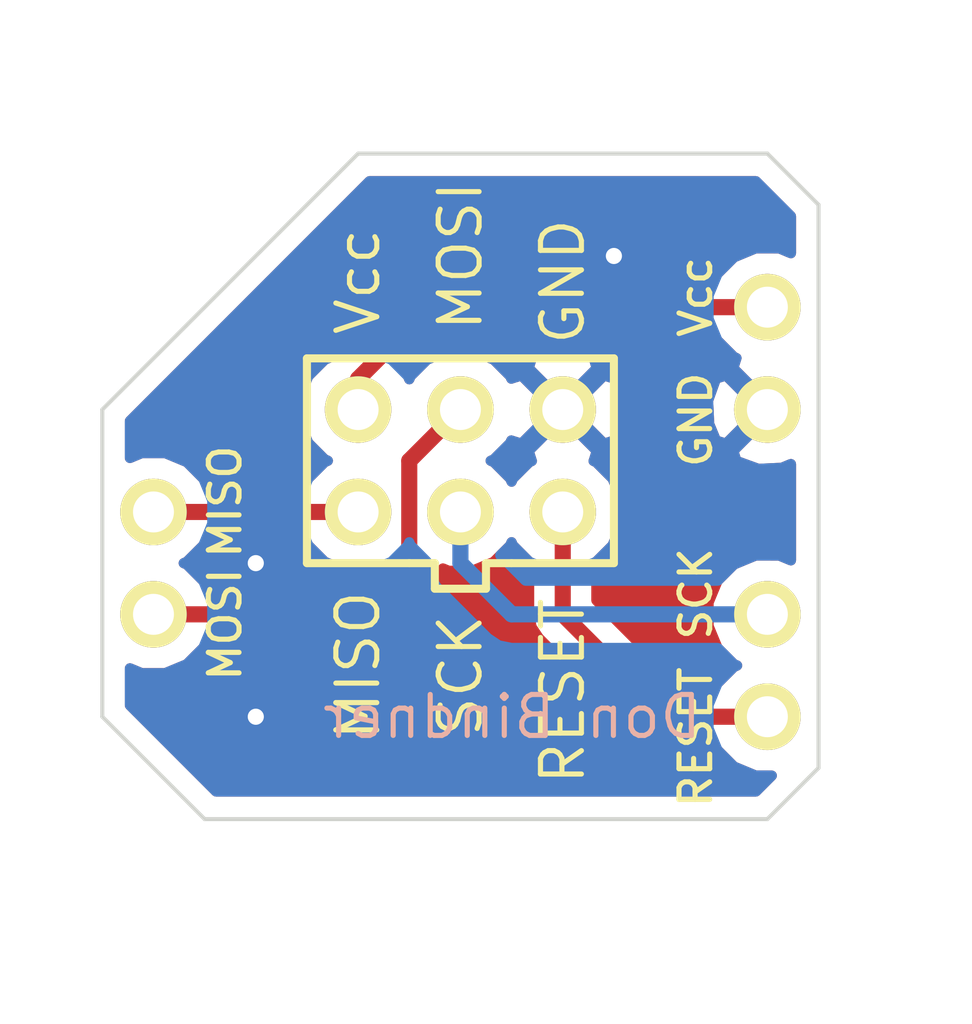
<source format=kicad_pcb>
(kicad_pcb (version 4) (host pcbnew 0.201505262310+5684~23~ubuntu14.04.1-product)

  (general
    (links 6)
    (no_connects 0)
    (area 140.97 91.44 165.100001 116.840001)
    (thickness 1.6)
    (drawings 19)
    (tracks 22)
    (zones 0)
    (modules 12)
    (nets 7)
  )

  (page A4)
  (layers
    (0 F.Cu signal)
    (31 B.Cu signal)
    (32 B.Adhes user)
    (33 F.Adhes user)
    (34 B.Paste user)
    (35 F.Paste user)
    (36 B.SilkS user)
    (37 F.SilkS user)
    (38 B.Mask user)
    (39 F.Mask user)
    (40 Dwgs.User user)
    (41 Cmts.User user)
    (42 Eco1.User user)
    (43 Eco2.User user)
    (44 Edge.Cuts user)
    (45 Margin user)
    (46 B.CrtYd user)
    (47 F.CrtYd user)
    (48 B.Fab user)
    (49 F.Fab user)
  )

  (setup
    (last_trace_width 0.4)
    (trace_clearance 0.2)
    (zone_clearance 0.508)
    (zone_45_only no)
    (trace_min 0.2)
    (segment_width 0.2)
    (edge_width 0.1)
    (via_size 0.6)
    (via_drill 0.4)
    (via_min_size 0.4)
    (via_min_drill 0.3)
    (uvia_size 0.3)
    (uvia_drill 0.1)
    (uvias_allowed no)
    (uvia_min_size 0.2)
    (uvia_min_drill 0.1)
    (pcb_text_width 0.3)
    (pcb_text_size 1.5 1.5)
    (mod_edge_width 0.15)
    (mod_text_size 1 1)
    (mod_text_width 0.15)
    (pad_size 1.5 1.5)
    (pad_drill 0.6)
    (pad_to_mask_clearance 0)
    (aux_axis_origin 0 0)
    (visible_elements 7FFFFFFF)
    (pcbplotparams
      (layerselection 0x010fc_80000001)
      (usegerberextensions true)
      (excludeedgelayer true)
      (linewidth 0.100000)
      (plotframeref false)
      (viasonmask false)
      (mode 1)
      (useauxorigin false)
      (hpglpennumber 1)
      (hpglpenspeed 20)
      (hpglpendiameter 15)
      (hpglpenoverlay 2)
      (psnegative false)
      (psa4output false)
      (plotreference true)
      (plotvalue true)
      (plotinvisibletext false)
      (padsonsilk false)
      (subtractmaskfromsilk false)
      (outputformat 1)
      (mirror false)
      (drillshape 0)
      (scaleselection 1)
      (outputdirectory gerbers/))
  )

  (net 0 "")
  (net 1 "Net-(P1-Pad1)")
  (net 2 "Net-(P2-Pad1)")
  (net 3 "Net-(P3-Pad1)")
  (net 4 "Net-(P4-Pad1)")
  (net 5 "Net-(P12-Pad1)")
  (net 6 "Net-(P10-Pad1)")

  (net_class Default "This is the default net class."
    (clearance 0.2)
    (trace_width 0.4)
    (via_dia 0.6)
    (via_drill 0.4)
    (uvia_dia 0.3)
    (uvia_drill 0.1)
    (add_net "Net-(P1-Pad1)")
    (add_net "Net-(P10-Pad1)")
    (add_net "Net-(P12-Pad1)")
    (add_net "Net-(P2-Pad1)")
    (add_net "Net-(P3-Pad1)")
    (add_net "Net-(P4-Pad1)")
  )

  (module DonB:TESTPIN (layer F.Cu) (tedit 556BDB42) (tstamp 556BDA47)
    (at 149.86 101.6)
    (path /556BD865)
    (fp_text reference P1 (at 0 -7.62) (layer F.SilkS) hide
      (effects (font (size 1.016 1.016) (thickness 0.127)))
    )
    (fp_text value Vcc (at 0 -3.175 90) (layer F.SilkS)
      (effects (font (size 1.016 1.016) (thickness 0.127)))
    )
    (pad 1 thru_hole circle (at 0 0) (size 1.651 1.651) (drill 1.016) (layers *.Cu *.Mask F.SilkS)
      (net 1 "Net-(P1-Pad1)"))
  )

  (module DonB:TESTPIN (layer F.Cu) (tedit 556BDB57) (tstamp 556BDA4C)
    (at 149.86 104.14)
    (path /556BD9E0)
    (fp_text reference P2 (at 0 7.62) (layer F.SilkS) hide
      (effects (font (size 1.016 1.016) (thickness 0.127)))
    )
    (fp_text value MISO (at 0 3.81 90) (layer F.SilkS)
      (effects (font (size 1.016 1.016) (thickness 0.127)))
    )
    (pad 1 thru_hole circle (at 0 0) (size 1.651 1.651) (drill 1.016) (layers *.Cu *.Mask F.SilkS)
      (net 2 "Net-(P2-Pad1)"))
  )

  (module DonB:TESTPIN (layer F.Cu) (tedit 556BDB44) (tstamp 556BDA51)
    (at 152.4 101.6)
    (path /556BD889)
    (fp_text reference P3 (at 0 -7.62) (layer F.SilkS) hide
      (effects (font (size 1.016 1.016) (thickness 0.127)))
    )
    (fp_text value MOSI (at 0 -3.81 90) (layer F.SilkS)
      (effects (font (size 1.016 1.016) (thickness 0.127)))
    )
    (pad 1 thru_hole circle (at 0 0) (size 1.651 1.651) (drill 1.016) (layers *.Cu *.Mask F.SilkS)
      (net 3 "Net-(P3-Pad1)"))
  )

  (module DonB:TESTPIN (layer F.Cu) (tedit 556BDB83) (tstamp 556BDA56)
    (at 152.4 104.14)
    (path /556BDA1F)
    (fp_text reference P4 (at 0 7.62) (layer F.SilkS) hide
      (effects (font (size 1.016 1.016) (thickness 0.127)))
    )
    (fp_text value SCK (at 0 4.064 90) (layer F.SilkS)
      (effects (font (size 1.016 1.016) (thickness 0.127)))
    )
    (pad 1 thru_hole circle (at 0 0) (size 1.651 1.651) (drill 1.016) (layers *.Cu *.Mask F.SilkS)
      (net 4 "Net-(P4-Pad1)"))
  )

  (module DonB:TESTPIN (layer F.Cu) (tedit 556BDB47) (tstamp 556BDA5B)
    (at 154.94 101.6)
    (path /556BD8A8)
    (fp_text reference P5 (at 0 -7.62) (layer F.SilkS) hide
      (effects (font (size 1.016 1.016) (thickness 0.127)))
    )
    (fp_text value GND (at 0 -3.175 90) (layer F.SilkS)
      (effects (font (size 1.016 1.016) (thickness 0.127)))
    )
    (pad 1 thru_hole circle (at 0 0) (size 1.651 1.651) (drill 1.016) (layers *.Cu *.Mask F.SilkS)
      (net 5 "Net-(P12-Pad1)"))
  )

  (module DonB:TESTPIN (layer F.Cu) (tedit 556BDB69) (tstamp 556BDA60)
    (at 154.94 104.14)
    (path /556BDA56)
    (fp_text reference P6 (at 0 7.62) (layer F.SilkS) hide
      (effects (font (size 1.016 1.016) (thickness 0.127)))
    )
    (fp_text value RESET (at 0 4.445 90) (layer F.SilkS)
      (effects (font (size 1.016 1.016) (thickness 0.127)))
    )
    (pad 1 thru_hole circle (at 0 0) (size 1.651 1.651) (drill 1.016) (layers *.Cu *.Mask F.SilkS)
      (net 6 "Net-(P10-Pad1)"))
  )

  (module DonB:TESTPIN (layer F.Cu) (tedit 556BDD88) (tstamp 556BDA65)
    (at 144.78 104.14)
    (path /556BDDB8)
    (fp_text reference P7 (at -2.54 0) (layer F.SilkS) hide
      (effects (font (size 1.016 1.016) (thickness 0.127)))
    )
    (fp_text value MISO (at 1.778 -0.254 90) (layer F.SilkS)
      (effects (font (size 0.762 0.762) (thickness 0.127)))
    )
    (pad 1 thru_hole circle (at 0 0) (size 1.651 1.651) (drill 1.016) (layers *.Cu *.Mask F.SilkS)
      (net 2 "Net-(P2-Pad1)"))
  )

  (module DonB:TESTPIN (layer F.Cu) (tedit 556BDD81) (tstamp 556BDA6A)
    (at 144.78 106.68)
    (path /556BDDAC)
    (fp_text reference P8 (at -2.54 0) (layer F.SilkS) hide
      (effects (font (size 1.016 1.016) (thickness 0.127)))
    )
    (fp_text value MOSI (at 1.778 0.254 90) (layer F.SilkS)
      (effects (font (size 0.762 0.762) (thickness 0.127)))
    )
    (pad 1 thru_hole circle (at 0 0) (size 1.651 1.651) (drill 1.016) (layers *.Cu *.Mask F.SilkS)
      (net 3 "Net-(P3-Pad1)"))
  )

  (module DonB:TESTPIN (layer F.Cu) (tedit 556BDC86) (tstamp 556BDA6F)
    (at 160.02 106.68)
    (path /556BDDBE)
    (fp_text reference P9 (at 2.54 0) (layer F.SilkS) hide
      (effects (font (size 1.016 1.016) (thickness 0.127)))
    )
    (fp_text value SCK (at -1.778 -0.508 90) (layer F.SilkS)
      (effects (font (size 0.762 0.762) (thickness 0.127)))
    )
    (pad 1 thru_hole circle (at 0 0) (size 1.651 1.651) (drill 1.016) (layers *.Cu *.Mask F.SilkS)
      (net 4 "Net-(P4-Pad1)"))
  )

  (module DonB:TESTPIN (layer F.Cu) (tedit 556BDC92) (tstamp 556BDA74)
    (at 160.02 109.22)
    (path /556BDDC4)
    (fp_text reference P10 (at 2.54 0) (layer F.SilkS) hide
      (effects (font (size 1.016 1.016) (thickness 0.127)))
    )
    (fp_text value RESET (at -1.778 0.508 90) (layer F.SilkS)
      (effects (font (size 0.762 0.762) (thickness 0.127)))
    )
    (pad 1 thru_hole circle (at 0 0) (size 1.651 1.651) (drill 1.016) (layers *.Cu *.Mask F.SilkS)
      (net 6 "Net-(P10-Pad1)"))
  )

  (module DonB:TESTPIN (layer F.Cu) (tedit 556BDC82) (tstamp 556BDA79)
    (at 160.02 99.06)
    (path /556BDDA6)
    (fp_text reference P11 (at 2.54 0) (layer F.SilkS) hide
      (effects (font (size 1.016 1.016) (thickness 0.127)))
    )
    (fp_text value Vcc (at -1.778 -0.254 90) (layer F.SilkS)
      (effects (font (size 0.762 0.762) (thickness 0.127)))
    )
    (pad 1 thru_hole circle (at 0 0) (size 1.651 1.651) (drill 1.016) (layers *.Cu *.Mask F.SilkS)
      (net 1 "Net-(P1-Pad1)"))
  )

  (module DonB:TESTPIN (layer F.Cu) (tedit 556BDC80) (tstamp 556BDA7E)
    (at 160.02 101.6)
    (path /556BDDB2)
    (fp_text reference P12 (at 2.54 0) (layer F.SilkS) hide
      (effects (font (size 1.016 1.016) (thickness 0.127)))
    )
    (fp_text value GND (at -1.778 0.254 90) (layer F.SilkS)
      (effects (font (size 0.762 0.762) (thickness 0.127)))
    )
    (pad 1 thru_hole circle (at 0 0) (size 1.651 1.651) (drill 1.016) (layers *.Cu *.Mask F.SilkS)
      (net 5 "Net-(P12-Pad1)"))
  )

  (gr_text "Don Bindner	" (at 152.4 109.22) (layer B.SilkS)
    (effects (font (size 1.016 1.016) (thickness 0.127)) (justify mirror))
  )
  (gr_line (start 161.29 110.49) (end 161.29 96.52) (angle 90) (layer Edge.Cuts) (width 0.1))
  (gr_line (start 160.02 111.76) (end 161.29 110.49) (angle 90) (layer Edge.Cuts) (width 0.1))
  (gr_line (start 146.05 111.76) (end 160.02 111.76) (angle 90) (layer Edge.Cuts) (width 0.1))
  (gr_line (start 143.51 109.22) (end 146.05 111.76) (angle 90) (layer Edge.Cuts) (width 0.1))
  (gr_line (start 143.51 101.6) (end 143.51 109.22) (angle 90) (layer Edge.Cuts) (width 0.1))
  (gr_line (start 149.86 95.25) (end 143.51 101.6) (angle 90) (layer Edge.Cuts) (width 0.1))
  (gr_line (start 160.02 95.25) (end 149.86 95.25) (angle 90) (layer Edge.Cuts) (width 0.1))
  (gr_line (start 161.29 96.52) (end 160.02 95.25) (angle 90) (layer Edge.Cuts) (width 0.1))
  (gr_line (start 153.035 105.41) (end 153.67 105.41) (angle 90) (layer F.SilkS) (width 0.2))
  (gr_line (start 153.035 106.045) (end 153.035 105.41) (angle 90) (layer F.SilkS) (width 0.2))
  (gr_line (start 151.765 106.045) (end 153.035 106.045) (angle 90) (layer F.SilkS) (width 0.2))
  (gr_line (start 151.765 105.41) (end 151.765 106.045) (angle 90) (layer F.SilkS) (width 0.2))
  (gr_line (start 151.13 105.41) (end 151.765 105.41) (angle 90) (layer F.SilkS) (width 0.2))
  (gr_line (start 156.21 105.41) (end 153.67 105.41) (angle 90) (layer F.SilkS) (width 0.2))
  (gr_line (start 156.21 100.33) (end 156.21 105.41) (angle 90) (layer F.SilkS) (width 0.2))
  (gr_line (start 148.59 100.33) (end 156.21 100.33) (angle 90) (layer F.SilkS) (width 0.2))
  (gr_line (start 148.59 105.41) (end 148.59 100.33) (angle 90) (layer F.SilkS) (width 0.2))
  (gr_line (start 151.13 105.41) (end 148.59 105.41) (angle 90) (layer F.SilkS) (width 0.2))

  (segment (start 149.86 101.6) (end 149.86 100.838) (width 0.4) (layer F.Cu) (net 1))
  (segment (start 149.86 100.838) (end 151.638 99.06) (width 0.4) (layer F.Cu) (net 1) (tstamp 556BDD43))
  (segment (start 151.638 99.06) (end 160.02 99.06) (width 0.4) (layer F.Cu) (net 1) (tstamp 556BDD49))
  (segment (start 149.86 104.14) (end 144.78 104.14) (width 0.4) (layer F.Cu) (net 2))
  (segment (start 152.4 101.6) (end 151.13 102.87) (width 0.4) (layer F.Cu) (net 3))
  (segment (start 150.622 106.68) (end 144.78 106.68) (width 0.4) (layer F.Cu) (net 3) (tstamp 556BDD3C))
  (segment (start 151.13 106.172) (end 150.622 106.68) (width 0.4) (layer F.Cu) (net 3) (tstamp 556BDD38))
  (segment (start 151.13 102.87) (end 151.13 106.172) (width 0.4) (layer F.Cu) (net 3) (tstamp 556BDD36))
  (segment (start 152.4 104.14) (end 152.4 105.41) (width 0.4) (layer B.Cu) (net 4))
  (segment (start 153.67 106.68) (end 160.02 106.68) (width 0.4) (layer B.Cu) (net 4) (tstamp 556BDD0F))
  (segment (start 152.4 105.41) (end 153.67 106.68) (width 0.4) (layer B.Cu) (net 4) (tstamp 556BDD0D))
  (segment (start 147.32 109.22) (end 147.32 105.41) (width 0.4) (layer B.Cu) (net 5))
  (segment (start 149.86 97.79) (end 147.32 100.33) (width 0.4) (layer B.Cu) (net 5) (tstamp 556BDE7D))
  (segment (start 147.32 100.33) (end 147.32 105.41) (width 0.4) (layer B.Cu) (net 5) (tstamp 556BDE7F))
  (via (at 147.32 105.41) (size 0.6) (layers F.Cu B.Cu) (net 5))
  (segment (start 156.21 97.79) (end 160.02 101.6) (width 0.4) (layer B.Cu) (net 5))
  (via (at 156.21 97.79) (size 0.6) (layers F.Cu B.Cu) (net 5))
  (segment (start 156.21 97.79) (end 149.86 97.79) (width 0.4) (layer B.Cu) (net 5))
  (via (at 147.32 109.22) (size 0.6) (layers F.Cu B.Cu) (net 5))
  (segment (start 154.94 104.14) (end 154.94 106.68) (width 0.4) (layer F.Cu) (net 6))
  (segment (start 157.48 109.22) (end 160.02 109.22) (width 0.4) (layer F.Cu) (net 6) (tstamp 556BDD09))
  (segment (start 154.94 106.68) (end 157.48 109.22) (width 0.4) (layer F.Cu) (net 6) (tstamp 556BDD04))

  (zone (net 5) (net_name "Net-(P12-Pad1)") (layer F.Cu) (tstamp 556BDDFD) (hatch edge 0.508)
    (connect_pads (clearance 0.508))
    (min_thickness 0.254)
    (fill yes (arc_segments 16) (thermal_gap 0.508) (thermal_bridge_width 0.508))
    (polygon
      (pts
        (xy 165.1 116.84) (xy 140.97 116.84) (xy 140.97 91.44) (xy 165.1 91.44)
      )
    )
    (filled_polygon
      (pts
        (xy 150.295 105.826131) (xy 150.276131 105.845) (xy 146.010115 105.845) (xy 145.608387 105.44257) (xy 145.530421 105.410195)
        (xy 145.606226 105.378874) (xy 146.010805 104.975) (xy 148.629884 104.975) (xy 149.031613 105.37743) (xy 149.568214 105.600246)
        (xy 150.149237 105.600753) (xy 150.295 105.540525) (xy 150.295 105.826131)
      )
    )
    (filled_polygon
      (pts
        (xy 160.130666 110.680597) (xy 159.736264 111.075) (xy 146.333736 111.075) (xy 144.195 108.936264) (xy 144.195 108.018493)
        (xy 144.488214 108.140246) (xy 145.069237 108.140753) (xy 145.606226 107.918874) (xy 146.010805 107.515) (xy 150.622 107.515)
        (xy 150.94154 107.451439) (xy 150.941541 107.451439) (xy 151.212434 107.270434) (xy 151.720434 106.762435) (xy 151.720434 106.762434)
        (xy 151.810936 106.626987) (xy 151.901439 106.491541) (xy 151.901439 106.49154) (xy 151.964999 106.172) (xy 151.965 106.172)
        (xy 151.965 105.540778) (xy 152.108214 105.600246) (xy 152.689237 105.600753) (xy 153.226226 105.378874) (xy 153.63743 104.968387)
        (xy 153.669804 104.890421) (xy 153.701126 104.966226) (xy 154.105 105.370805) (xy 154.105 106.68) (xy 154.168561 106.999541)
        (xy 154.349566 107.270434) (xy 156.889566 109.810434) (xy 157.160459 109.991439) (xy 157.16046 109.991439) (xy 157.48 110.055)
        (xy 158.789884 110.055) (xy 159.191613 110.45743) (xy 159.728214 110.680246) (xy 160.130666 110.680597)
      )
    )
    (filled_polygon
      (pts
        (xy 160.605 97.721506) (xy 160.311786 97.599754) (xy 159.730763 97.599247) (xy 159.193774 97.821126) (xy 158.789194 98.225)
        (xy 151.638 98.225) (xy 151.31846 98.28856) (xy 151.047566 98.469566) (xy 149.269566 100.247566) (xy 149.254675 100.269851)
        (xy 149.033774 100.361126) (xy 148.62257 100.771613) (xy 148.399754 101.308214) (xy 148.399247 101.889237) (xy 148.621126 102.426226)
        (xy 149.031613 102.83743) (xy 149.109578 102.869804) (xy 149.033774 102.901126) (xy 148.629194 103.305) (xy 146.010115 103.305)
        (xy 145.608387 102.90257) (xy 145.071786 102.679754) (xy 144.490763 102.679247) (xy 144.195 102.801453) (xy 144.195 101.883736)
        (xy 150.143736 95.935) (xy 159.736264 95.935) (xy 160.605 96.803736) (xy 160.605 97.721506)
      )
    )
    (filled_polygon
      (pts
        (xy 160.605 105.341506) (xy 160.311786 105.219754) (xy 159.730763 105.219247) (xy 159.193774 105.441126) (xy 158.78257 105.851613)
        (xy 158.559754 106.388214) (xy 158.559247 106.969237) (xy 158.781126 107.506226) (xy 159.191613 107.91743) (xy 159.269578 107.949804)
        (xy 159.193774 107.981126) (xy 158.789194 108.385) (xy 157.825868 108.385) (xy 156.41234 106.971472) (xy 156.41234 101.822869)
        (xy 156.385553 101.242465) (xy 156.214976 100.830656) (xy 155.966215 100.75339) (xy 155.78661 100.932995) (xy 155.78661 100.573785)
        (xy 155.709344 100.325024) (xy 155.162869 100.12766) (xy 154.582465 100.154447) (xy 154.170656 100.325024) (xy 154.09339 100.573785)
        (xy 154.94 101.420395) (xy 155.78661 100.573785) (xy 155.78661 100.932995) (xy 155.119605 101.6) (xy 155.966215 102.44661)
        (xy 156.214976 102.369344) (xy 156.41234 101.822869) (xy 156.41234 106.971472) (xy 155.775 106.334132) (xy 155.775 105.370115)
        (xy 156.17743 104.968387) (xy 156.400246 104.431786) (xy 156.400753 103.850763) (xy 156.178874 103.313774) (xy 155.768387 102.90257)
        (xy 155.705634 102.876512) (xy 155.709344 102.874976) (xy 155.78661 102.626215) (xy 154.94 101.779605) (xy 154.09339 102.626215)
        (xy 154.170656 102.874976) (xy 154.174074 102.87621) (xy 154.113774 102.901126) (xy 153.70257 103.311613) (xy 153.670195 103.389578)
        (xy 153.638874 103.313774) (xy 153.228387 102.90257) (xy 153.150421 102.870195) (xy 153.226226 102.838874) (xy 153.63743 102.428387)
        (xy 153.663487 102.365634) (xy 153.665024 102.369344) (xy 153.913785 102.44661) (xy 154.760395 101.6) (xy 153.913785 100.75339)
        (xy 153.665024 100.830656) (xy 153.663789 100.834074) (xy 153.638874 100.773774) (xy 153.228387 100.36257) (xy 152.691786 100.139754)
        (xy 152.110763 100.139247) (xy 151.573774 100.361126) (xy 151.16257 100.771613) (xy 151.130195 100.849578) (xy 151.100692 100.778175)
        (xy 151.983868 99.895) (xy 158.789884 99.895) (xy 159.191613 100.29743) (xy 159.254365 100.323487) (xy 159.250656 100.325024)
        (xy 159.17339 100.573785) (xy 160.02 101.420395) (xy 160.034142 101.406252) (xy 160.213747 101.585857) (xy 160.199605 101.6)
        (xy 160.213747 101.614142) (xy 160.034142 101.793747) (xy 160.02 101.779605) (xy 159.840395 101.95921) (xy 159.840395 101.6)
        (xy 158.993785 100.75339) (xy 158.745024 100.830656) (xy 158.54766 101.377131) (xy 158.574447 101.957535) (xy 158.745024 102.369344)
        (xy 158.993785 102.44661) (xy 159.840395 101.6) (xy 159.840395 101.95921) (xy 159.17339 102.626215) (xy 159.250656 102.874976)
        (xy 159.797131 103.07234) (xy 160.377535 103.045553) (xy 160.605 102.951333) (xy 160.605 105.341506)
      )
    )
  )
  (zone (net 5) (net_name "Net-(P12-Pad1)") (layer B.Cu) (tstamp 556BDDFD) (hatch edge 0.508)
    (connect_pads (clearance 0.508))
    (min_thickness 0.254)
    (fill yes (arc_segments 16) (thermal_gap 0.508) (thermal_bridge_width 0.508))
    (polygon
      (pts
        (xy 165.1 116.84) (xy 140.97 116.84) (xy 140.97 91.44) (xy 165.1 91.44)
      )
    )
    (filled_polygon
      (pts
        (xy 160.605 105.341506) (xy 160.311786 105.219754) (xy 159.730763 105.219247) (xy 159.193774 105.441126) (xy 158.789194 105.845)
        (xy 156.41234 105.845) (xy 156.41234 101.822869) (xy 156.385553 101.242465) (xy 156.214976 100.830656) (xy 155.966215 100.75339)
        (xy 155.78661 100.932995) (xy 155.78661 100.573785) (xy 155.709344 100.325024) (xy 155.162869 100.12766) (xy 154.582465 100.154447)
        (xy 154.170656 100.325024) (xy 154.09339 100.573785) (xy 154.94 101.420395) (xy 155.78661 100.573785) (xy 155.78661 100.932995)
        (xy 155.119605 101.6) (xy 155.966215 102.44661) (xy 156.214976 102.369344) (xy 156.41234 101.822869) (xy 156.41234 105.845)
        (xy 154.015868 105.845) (xy 153.388125 105.217257) (xy 153.63743 104.968387) (xy 153.669804 104.890421) (xy 153.701126 104.966226)
        (xy 154.111613 105.37743) (xy 154.648214 105.600246) (xy 155.229237 105.600753) (xy 155.766226 105.378874) (xy 156.17743 104.968387)
        (xy 156.400246 104.431786) (xy 156.400753 103.850763) (xy 156.178874 103.313774) (xy 155.768387 102.90257) (xy 155.705634 102.876512)
        (xy 155.709344 102.874976) (xy 155.78661 102.626215) (xy 154.94 101.779605) (xy 154.09339 102.626215) (xy 154.170656 102.874976)
        (xy 154.174074 102.87621) (xy 154.113774 102.901126) (xy 153.70257 103.311613) (xy 153.670195 103.389578) (xy 153.638874 103.313774)
        (xy 153.228387 102.90257) (xy 153.150421 102.870195) (xy 153.226226 102.838874) (xy 153.63743 102.428387) (xy 153.663487 102.365634)
        (xy 153.665024 102.369344) (xy 153.913785 102.44661) (xy 154.760395 101.6) (xy 153.913785 100.75339) (xy 153.665024 100.830656)
        (xy 153.663789 100.834074) (xy 153.638874 100.773774) (xy 153.228387 100.36257) (xy 152.691786 100.139754) (xy 152.110763 100.139247)
        (xy 151.573774 100.361126) (xy 151.16257 100.771613) (xy 151.130195 100.849578) (xy 151.098874 100.773774) (xy 150.688387 100.36257)
        (xy 150.151786 100.139754) (xy 149.570763 100.139247) (xy 149.033774 100.361126) (xy 148.62257 100.771613) (xy 148.399754 101.308214)
        (xy 148.399247 101.889237) (xy 148.621126 102.426226) (xy 149.031613 102.83743) (xy 149.109578 102.869804) (xy 149.033774 102.901126)
        (xy 148.62257 103.311613) (xy 148.399754 103.848214) (xy 148.399247 104.429237) (xy 148.621126 104.966226) (xy 149.031613 105.37743)
        (xy 149.568214 105.600246) (xy 150.149237 105.600753) (xy 150.686226 105.378874) (xy 151.09743 104.968387) (xy 151.129804 104.890421)
        (xy 151.161126 104.966226) (xy 151.565 105.370805) (xy 151.565 105.41) (xy 151.628561 105.729541) (xy 151.809566 106.000434)
        (xy 153.079566 107.270434) (xy 153.350459 107.451439) (xy 153.35046 107.451439) (xy 153.67 107.515) (xy 158.789884 107.515)
        (xy 159.191613 107.91743) (xy 159.269578 107.949804) (xy 159.193774 107.981126) (xy 158.78257 108.391613) (xy 158.559754 108.928214)
        (xy 158.559247 109.509237) (xy 158.781126 110.046226) (xy 159.191613 110.45743) (xy 159.728214 110.680246) (xy 160.130666 110.680597)
        (xy 159.736264 111.075) (xy 146.333736 111.075) (xy 144.195 108.936264) (xy 144.195 108.018493) (xy 144.488214 108.140246)
        (xy 145.069237 108.140753) (xy 145.606226 107.918874) (xy 146.01743 107.508387) (xy 146.240246 106.971786) (xy 146.240753 106.390763)
        (xy 146.018874 105.853774) (xy 145.608387 105.44257) (xy 145.530421 105.410195) (xy 145.606226 105.378874) (xy 146.01743 104.968387)
        (xy 146.240246 104.431786) (xy 146.240753 103.850763) (xy 146.018874 103.313774) (xy 145.608387 102.90257) (xy 145.071786 102.679754)
        (xy 144.490763 102.679247) (xy 144.195 102.801453) (xy 144.195 101.883736) (xy 150.143736 95.935) (xy 159.736264 95.935)
        (xy 160.605 96.803736) (xy 160.605 97.721506) (xy 160.311786 97.599754) (xy 159.730763 97.599247) (xy 159.193774 97.821126)
        (xy 158.78257 98.231613) (xy 158.559754 98.768214) (xy 158.559247 99.349237) (xy 158.781126 99.886226) (xy 159.191613 100.29743)
        (xy 159.254365 100.323487) (xy 159.250656 100.325024) (xy 159.17339 100.573785) (xy 160.02 101.420395) (xy 160.034142 101.406252)
        (xy 160.213747 101.585857) (xy 160.199605 101.6) (xy 160.213747 101.614142) (xy 160.034142 101.793747) (xy 160.02 101.779605)
        (xy 159.840395 101.95921) (xy 159.840395 101.6) (xy 158.993785 100.75339) (xy 158.745024 100.830656) (xy 158.54766 101.377131)
        (xy 158.574447 101.957535) (xy 158.745024 102.369344) (xy 158.993785 102.44661) (xy 159.840395 101.6) (xy 159.840395 101.95921)
        (xy 159.17339 102.626215) (xy 159.250656 102.874976) (xy 159.797131 103.07234) (xy 160.377535 103.045553) (xy 160.605 102.951333)
        (xy 160.605 105.341506)
      )
    )
  )
)

</source>
